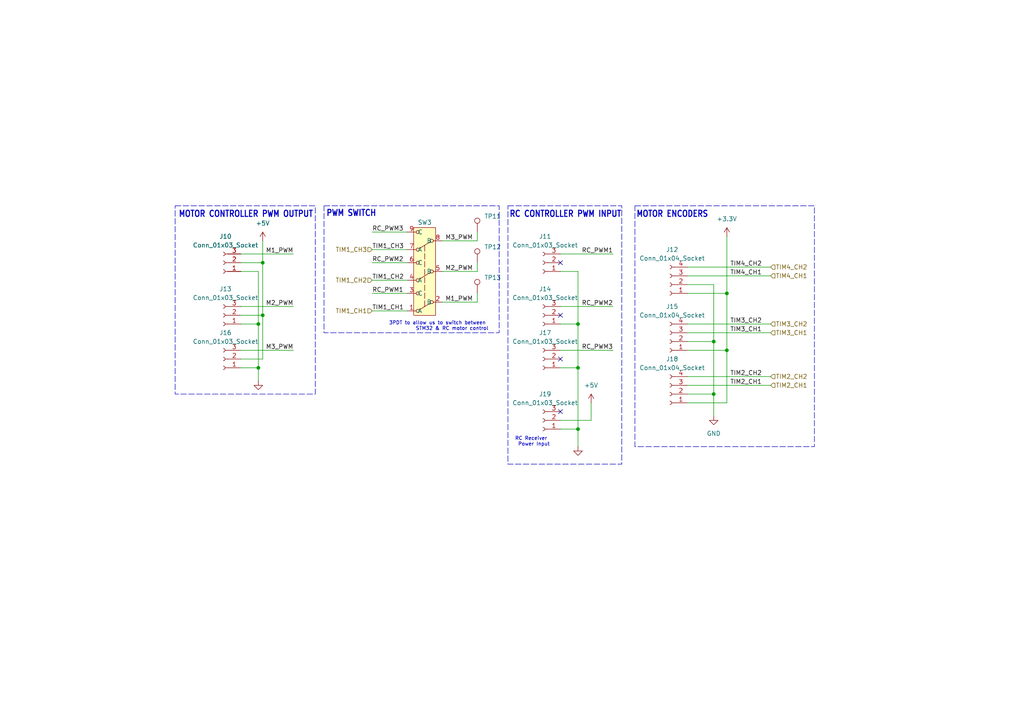
<source format=kicad_sch>
(kicad_sch (version 20231120) (generator "eeschema") (generator_version "8.0")
  (paper "A4")
  (title_block (title "ECE445_MainBoard") (date "2024-04-05") (rev "2") (company "University of Illinois Urbana-Champaign") (comment 1 "ECE 445: Senior Design Lab") (comment 2 "Rutvik Sayankar"))
  (lib_symbols
    (symbol "Connector:Conn_01x03_Socket" (pin_names (offset 1.016) hide)
      (property "Reference" "J" (at 0 5.08 0))
      (property "Value" "Conn_01x03_Socket" (at 0 -5.08 0))
      (symbol "Conn_01x03_Socket_1_1"
        (arc (start 0 -2.032) (mid -0.5058 -2.54) (end 0 -3.048) (stroke (width 0.1524)))
        (polyline (pts (xy -1.27 -2.54) (xy -0.508 -2.54)) (stroke (width 0.1524)))
        (polyline (pts (xy -1.27 0) (xy -0.508 0)) (stroke (width 0.1524)))
        (polyline (pts (xy -1.27 2.54) (xy -0.508 2.54)) (stroke (width 0.1524)))
        (arc (start 0 0.508) (mid -0.5058 0) (end 0 -0.508) (stroke (width 0.1524)))
        (arc (start 0 3.048) (mid -0.5058 2.54) (end 0 2.032) (stroke (width 0.1524)))
        (pin passive line (at -5.08 2.54 0) (length 3.81) (name "Pin_1") (number "1"))
        (pin passive line (at -5.08 0 0) (length 3.81) (name "Pin_2") (number "2"))
        (pin passive line (at -5.08 -2.54 0) (length 3.81) (name "Pin_3") (number "3"))
      )
    )
    (symbol "Connector:Conn_01x04_Socket" (pin_names (offset 1.016) hide)
      (property "Reference" "J" (at 0 5.08 0))
      (property "Value" "Conn_01x04_Socket" (at 0 -7.62 0))
      (symbol "Conn_01x04_Socket_1_1"
        (arc (start 0 -4.572) (mid -0.5058 -5.08) (end 0 -5.588) (stroke (width 0.1524)))
        (arc (start 0 -2.032) (mid -0.5058 -2.54) (end 0 -3.048) (stroke (width 0.1524)))
        (polyline (pts (xy -1.27 -5.08) (xy -0.508 -5.08)) (stroke (width 0.1524)))
        (polyline (pts (xy -1.27 -2.54) (xy -0.508 -2.54)) (stroke (width 0.1524)))
        (polyline (pts (xy -1.27 0) (xy -0.508 0)) (stroke (width 0.1524)))
        (polyline (pts (xy -1.27 2.54) (xy -0.508 2.54)) (stroke (width 0.1524)))
        (arc (start 0 0.508) (mid -0.5058 0) (end 0 -0.508) (stroke (width 0.1524)))
        (arc (start 0 3.048) (mid -0.5058 2.54) (end 0 2.032) (stroke (width 0.1524)))
        (pin passive line (at -5.08 2.54 0) (length 3.81) (name "Pin_1") (number "1"))
        (pin passive line (at -5.08 0 0) (length 3.81) (name "Pin_2") (number "2"))
        (pin passive line (at -5.08 -2.54 0) (length 3.81) (name "Pin_3") (number "3"))
        (pin passive line (at -5.08 -5.08 0) (length 3.81) (name "Pin_4") (number "4"))
      )
    )
    (symbol "Connector:TestPoint" (pin_numbers hide) (pin_names (offset 0.762) hide)
      (property "Reference" "TP" (at 0 6.858 0))
      (property "Value" "TestPoint" (at 0 5.08 0))
      (symbol "TestPoint_0_1"
        (circle (center 0 3.302) (radius 0.762))
      )
      (symbol "TestPoint_1_1"
        (pin passive line (at 0 0 90) (length 2.54) (name "1") (number "1"))
      )
    )
    (symbol "CustomSymbols:SW_3PDT"
      (property "Reference" "SW" (at 0 0 0))
      (symbol "SW_3PDT_0_1"
        (circle (center -2.032 -22.86) (radius 0.4572))
        (circle (center -2.032 -13.97) (radius 0.4572))
        (circle (center -2.032 -5.08) (radius 0.4572))
        (polyline (pts (xy -1.651 -22.606) (xy 1.651 -20.574)))
        (polyline (pts (xy -1.651 -13.716) (xy 1.651 -11.684)))
        (polyline (pts (xy -1.651 -4.826) (xy 1.651 -2.794)))
        (polyline (pts (xy 0 -3.81) (xy 0 -21.59)) (stroke (width 0) (type dash)))
        (circle (center 2.032 -25.4) (radius 0.4572))
        (circle (center 2.032 -20.32) (radius 0.4572))
        (circle (center 2.032 -16.51) (radius 0.4572))
        (circle (center 2.032 -11.43) (radius 0.4572))
        (circle (center 2.032 -7.62) (radius 0.4572))
        (circle (center 2.032 -2.54) (radius 0.4572))
      )
      (symbol "SW_3PDT_1_1"
        (rectangle (start -3.175 -1.27) (end 3.175 -26.67) (fill (type background)))
        (pin passive line (at 5.08 -2.54 180) (length 2.54) (name "A") (number "1"))
        (pin passive line (at -5.08 -5.08 0) (length 2.54) (name "B") (number "2"))
        (pin passive line (at 5.08 -7.62 180) (length 2.54) (name "C") (number "3"))
        (pin passive line (at 5.08 -11.43 180) (length 2.54) (name "A") (number "4"))
        (pin passive line (at -5.08 -13.97 0) (length 2.54) (name "B") (number "5"))
        (pin passive line (at 5.08 -16.51 180) (length 2.54) (name "C") (number "6"))
        (pin passive line (at 5.08 -20.32 180) (length 2.54) (name "A") (number "7"))
        (pin passive line (at -5.08 -22.86 0) (length 2.54) (name "B") (number "8"))
        (pin passive line (at 5.08 -25.4 180) (length 2.54) (name "C") (number "9"))
      )
    )
    (symbol "GND_2" (power) (pin_numbers hide) (pin_names (offset 0) hide)
      (property "Value" "GND" (at 0 -3.81 0))
      (symbol "GND_2_0_1"
        (polyline (pts (xy 0 0) (xy 0 -1.27) (xy 1.27 -1.27) (xy 0 -2.54) (xy -1.27 -1.27) (xy 0 -1.27)))
      )
      (symbol "GND_2_1_1"
        (pin power_in line (at 0 0 270) (length 0) (name "~") (number "1"))
      )
    )
    (symbol "GND_5" (power) (pin_numbers hide) (pin_names (offset 0) hide)
      (property "Value" "GND" (at 0 -3.81 0))
      (symbol "GND_5_0_1"
        (polyline (pts (xy 0 0) (xy 0 -1.27) (xy 1.27 -1.27) (xy 0 -2.54) (xy -1.27 -1.27) (xy 0 -1.27)))
      )
      (symbol "GND_5_1_1"
        (pin power_in line (at 0 0 270) (length 0) (name "~") (number "1"))
      )
    )
    (symbol "power:+3.3V" (power) (pin_numbers hide) (pin_names (offset 0) hide)
      (property "Value" "+3.3V" (at 0 3.556 0))
      (symbol "+3.3V_0_1"
        (polyline (pts (xy -0.762 1.27) (xy 0 2.54)))
        (polyline (pts (xy 0 0) (xy 0 2.54)))
        (polyline (pts (xy 0 2.54) (xy 0.762 1.27)))
      )
      (symbol "+3.3V_1_1"
        (pin power_in line (at 0 0 90) (length 0) (name "~") (number "1"))
      )
    )
    (symbol "power:+5V" (power) (pin_numbers hide) (pin_names (offset 0) hide)
      (property "Value" "+5V" (at 0 3.556 0))
      (symbol "+5V_0_1"
        (polyline (pts (xy -0.762 1.27) (xy 0 2.54)))
        (polyline (pts (xy 0 0) (xy 0 2.54)))
        (polyline (pts (xy 0 2.54) (xy 0.762 1.27)))
      )
      (symbol "+5V_1_1"
        (pin power_in line (at 0 0 90) (length 0) (name "~") (number "1"))
      )
    )
  )
  (junction (at 210.82 101.6))
  (junction (at 76.2 76.2))
  (junction (at 210.82 85.09))
  (junction (at 74.93 106.68))
  (junction (at 207.01 114.3))
  (junction (at 167.64 106.68))
  (junction (at 207.01 99.06))
  (junction (at 74.93 93.98))
  (junction (at 167.64 93.98))
  (junction (at 167.64 124.46))
  (junction (at 76.2 91.44))
  (no_connect (at 162.56 104.14))
  (no_connect (at 162.56 119.38))
  (no_connect (at 162.56 91.44))
  (no_connect (at 162.56 76.2))
  (wire (pts (xy 69.85 91.44) (xy 76.2 91.44)))
  (wire (pts (xy 69.85 76.2) (xy 76.2 76.2)))
  (wire (pts (xy 167.64 124.46) (xy 167.64 129.54)))
  (wire (pts (xy 107.95 76.2) (xy 118.11 76.2)))
  (wire (pts (xy 74.93 78.74) (xy 74.93 93.98)))
  (wire (pts (xy 69.85 106.68) (xy 74.93 106.68)))
  (wire (pts (xy 199.39 116.84) (xy 210.82 116.84)))
  (wire (pts (xy 199.39 109.22) (xy 223.52 109.22)))
  (wire (pts (xy 199.39 82.55) (xy 207.01 82.55)))
  (wire (pts (xy 107.95 72.39) (xy 118.11 72.39)))
  (wire (pts (xy 207.01 114.3) (xy 207.01 120.65)))
  (wire (pts (xy 199.39 85.09) (xy 210.82 85.09)))
  (wire (pts (xy 69.85 104.14) (xy 76.2 104.14)))
  (wire (pts (xy 167.64 106.68) (xy 167.64 124.46)))
  (wire (pts (xy 162.56 88.9) (xy 177.8 88.9)))
  (wire (pts (xy 199.39 99.06) (xy 207.01 99.06)))
  (wire (pts (xy 107.95 67.31) (xy 118.11 67.31)))
  (wire (pts (xy 199.39 80.01) (xy 223.52 80.01)))
  (wire (pts (xy 167.64 78.74) (xy 167.64 93.98)))
  (wire (pts (xy 107.95 85.09) (xy 118.11 85.09)))
  (wire (pts (xy 74.93 106.68) (xy 74.93 110.49)))
  (wire (pts (xy 162.56 106.68) (xy 167.64 106.68)))
  (wire (pts (xy 199.39 93.98) (xy 223.52 93.98)))
  (wire (pts (xy 128.27 78.74) (xy 138.43 78.74)))
  (wire (pts (xy 210.82 85.09) (xy 210.82 68.58)))
  (wire (pts (xy 207.01 99.06) (xy 207.01 114.3)))
  (wire (pts (xy 69.85 73.66) (xy 85.09 73.66)))
  (wire (pts (xy 138.43 67.31) (xy 138.43 69.85)))
  (wire (pts (xy 162.56 124.46) (xy 167.64 124.46)))
  (wire (pts (xy 199.39 114.3) (xy 207.01 114.3)))
  (wire (pts (xy 76.2 91.44) (xy 76.2 76.2)))
  (wire (pts (xy 210.82 101.6) (xy 210.82 85.09)))
  (wire (pts (xy 162.56 78.74) (xy 167.64 78.74)))
  (wire (pts (xy 138.43 76.2) (xy 138.43 78.74)))
  (wire (pts (xy 138.43 85.09) (xy 138.43 87.63)))
  (wire (pts (xy 162.56 101.6) (xy 177.8 101.6)))
  (wire (pts (xy 210.82 116.84) (xy 210.82 101.6)))
  (wire (pts (xy 69.85 101.6) (xy 85.09 101.6)))
  (wire (pts (xy 167.64 93.98) (xy 167.64 106.68)))
  (wire (pts (xy 107.95 90.17) (xy 118.11 90.17)))
  (wire (pts (xy 162.56 121.92) (xy 171.45 121.92)))
  (wire (pts (xy 128.27 87.63) (xy 138.43 87.63)))
  (wire (pts (xy 128.27 69.85) (xy 138.43 69.85)))
  (wire (pts (xy 69.85 93.98) (xy 74.93 93.98)))
  (wire (pts (xy 171.45 121.92) (xy 171.45 116.84)))
  (wire (pts (xy 69.85 78.74) (xy 74.93 78.74)))
  (wire (pts (xy 76.2 104.14) (xy 76.2 91.44)))
  (wire (pts (xy 74.93 93.98) (xy 74.93 106.68)))
  (wire (pts (xy 199.39 111.76) (xy 223.52 111.76)))
  (wire (pts (xy 207.01 82.55) (xy 207.01 99.06)))
  (wire (pts (xy 199.39 101.6) (xy 210.82 101.6)))
  (wire (pts (xy 162.56 93.98) (xy 167.64 93.98)))
  (wire (pts (xy 107.95 81.28) (xy 118.11 81.28)))
  (wire (pts (xy 199.39 77.47) (xy 223.52 77.47)))
  (wire (pts (xy 76.2 76.2) (xy 76.2 69.85)))
  (wire (pts (xy 199.39 96.52) (xy 223.52 96.52)))
  (wire (pts (xy 162.56 73.66) (xy 177.8 73.66)))
  (wire (pts (xy 69.85 88.9) (xy 85.09 88.9)))
  (rectangle (start 184.15 59.69) (end 236.22 129.54) (stroke (width 0) (type dash)))
  (rectangle (start 93.98 59.69) (end 144.78 96.52) (stroke (width 0) (type dash)))
  (rectangle (start 147.32 59.69) (end 180.34 134.62) (stroke (width 0) (type dash)))
  (rectangle (start 50.8 59.69) (end 91.44 114.3) (stroke (width 0) (type dash)))
  (text "MOTOR ENCODERS" (at 205.486 63.246 0) (effects (font (size 1.778 1.5113) (thickness 0.3023) (bold yes)) (justify right bottom)))
  (text "MOTOR CONTROLLER PWM OUTPUT" (at 90.932 63.246 0) (effects (font (size 1.778 1.5113) (thickness 0.3023) (bold yes)) (justify right bottom)))
  (text "PWM SWITCH" (at 109.22 62.992 0) (effects (font (size 1.778 1.5113) (thickness 0.3023) (bold yes)) (justify right bottom)))
  (text "RC Receiver \nPower Input" (at 159.512 129.54 0) (effects (font (size 1.016 1.016)) (justify right bottom)))
  (text "3PDT to allow us to switch between \nSTM32 & RC motor control" (at 141.732 96.012 0) (effects (font (size 1.016 1.016)) (justify right bottom)))
  (text "RC CONTROLLER PWM INPUT" (at 180.34 63.246 0) (effects (font (size 1.778 1.5113) (thickness 0.3023) (bold yes)) (justify right bottom)))
  (label "TIM3_CH2" (at 220.98 93.98 180))
  (label "RC_PWM3" (at 177.8 101.6 180))
  (label "TIM4_CH2" (at 220.98 77.47 180))
  (label "RC_PWM1" (at 177.8 73.66 180))
  (label "TIM1_CH1" (at 107.95 90.17 0))
  (label "M3_PWM" (at 137.16 69.85 180))
  (label "TIM1_CH2" (at 107.95 81.28 0))
  (label "RC_PWM1" (at 107.95 85.09 0))
  (label "TIM1_CH3" (at 107.95 72.39 0))
  (label "TIM2_CH1" (at 220.98 111.76 180))
  (label "RC_PWM3" (at 107.95 67.31 0))
  (label "M3_PWM" (at 85.09 101.6 180))
  (label "TIM4_CH1" (at 220.98 80.01 180))
  (label "M1_PWM" (at 137.16 87.63 180))
  (label "TIM2_CH2" (at 220.98 109.22 180))
  (label "TIM3_CH1" (at 220.98 96.52 180))
  (label "M2_PWM" (at 85.09 88.9 180))
  (label "M1_PWM" (at 85.09 73.66 180))
  (label "RC_PWM2" (at 107.95 76.2 0))
  (label "M2_PWM" (at 137.16 78.74 180))
  (label "RC_PWM2" (at 177.8 88.9 180))
  (hierarchical_label "TIM4_CH1" (shape input) (at 223.52 80.01 0))
  (hierarchical_label "TIM2_CH2" (shape input) (at 223.52 109.22 0))
  (hierarchical_label "TIM1_CH2" (shape input) (at 107.95 81.28 180))
  (hierarchical_label "TIM1_CH3" (shape input) (at 107.95 72.39 180))
  (hierarchical_label "TIM1_CH1" (shape input) (at 107.95 90.17 180))
  (hierarchical_label "TIM4_CH2" (shape input) (at 223.52 77.47 0))
  (hierarchical_label "TIM2_CH1" (shape input) (at 223.52 111.76 0))
  (hierarchical_label "TIM3_CH1" (shape input) (at 223.52 96.52 0))
  (hierarchical_label "TIM3_CH2" (shape input) (at 223.52 93.98 0))
  (symbol (lib_id "Connector:Conn_01x04_Socket") (at 194.31 114.3 180) (unit 1)
    (property "Reference" "J18" (at 194.945 104.14 0))
    (property "Value" "Conn_01x04_Socket" (at 194.945 106.68 0))
    (property "Footprint" "Connector_JST:JST_PH_B4B-PH-K_1x04_P2.00mm_Vertical" (effects (hide yes)))
    (property "Datasheet" "https://www.digikey.com/en/products/detail/jst-sales-america-inc./B4B-PH-K/768444?utm_adgroup=General&utm_source=google&utm_medium=cpc&utm_campaign=PMax%20Shopping_Product_Zombie%20SKUs&utm_term=&utm_content=General&utm_id=go_cmp-17815035045_adg-_ad-__dev-c_ext-_prd-768444_sig-Cj0KCQjw5cOwBhCiARIsAJ5njuaqARFbgUYS2KV_4JH144ujRm_jMbP6ua9XtI_O-O-_WbGcexelxyYaAqvOEALw_wcB&gad_source=1&gclid=Cj0KCQjw5cOwBhCiARIsAJ5njuaqARFbgUYS2KV_4JH144ujRm_jMbP6ua9XtI_O-O-_WbGcexelxyYaAqvOEALw_wcB" (effects (hide yes)))
    (property "Description" "Connector Header Through Hole 4 position 0.079\" (2.00mm)" (effects (hide yes)))
  )
  (symbol (lib_id "power:+5V") (at 76.2 69.85 0) (unit 1)
    (property "Reference" "#PWR036" (effects (hide yes)))
    (property "Value" "+5V" (at 76.2 64.77 0))
    (property "Description" "Power symbol creates a global label with name \"+5V\"" (effects (hide yes)))
  )
  (symbol (lib_name "GND_2") (lib_id "power:GND") (at 167.64 129.54 0) (unit 1)
    (property "Reference" "#PWR040" (effects (hide yes)))
    (property "Value" "GND" (effects (hide yes)))
    (property "Description" "Power symbol creates a global label with name \"GND\" , ground" (effects (hide yes)))
  )
  (symbol (lib_id "Connector:Conn_01x03_Socket") (at 157.48 104.14 180) (unit 1)
    (property "Reference" "J17" (at 158.115 96.52 0))
    (property "Value" "Conn_01x03_Socket" (at 158.115 99.06 0))
    (property "Footprint" "Connector_PinHeader_2.54mm:PinHeader_1x03_P2.54mm_Vertical" (effects (hide yes)))
    (property "Description" "Generic connector, single row, 01x03, script generated" (effects (hide yes)))
  )
  (symbol (lib_id "Connector:Conn_01x03_Socket") (at 64.77 104.14 180) (unit 1)
    (property "Reference" "J16" (at 65.405 96.52 0))
    (property "Value" "Conn_01x03_Socket" (at 65.405 99.06 0))
    (property "Footprint" "Connector_PinHeader_2.54mm:PinHeader_1x03_P2.54mm_Horizontal" (effects (hide yes)))
    (property "Description" "Generic connector, single row, 01x03, script generated" (effects (hide yes)))
  )
  (symbol (lib_id "power:+5V") (at 171.45 116.84 0) (unit 1)
    (property "Reference" "#PWR038" (effects (hide yes)))
    (property "Value" "+5V" (at 171.45 111.76 0))
    (property "Description" "Power symbol creates a global label with name \"+5V\"" (effects (hide yes)))
  )
  (symbol (lib_id "CustomSymbols:SW_3PDT") (at 123.19 92.71 180) (unit 1)
    (property "Reference" "SW3" (at 123.19 64.516 0))
    (property "Value" "Slide" (effects (hide yes)))
    (property "Footprint" "CustomFootprints:SW_GF-161-0005" (effects (hide yes)))
    (property "Datasheet" "https://www.digikey.com/en/products/detail/cw-industries/GF-161-0005/4089836" (effects (hide yes)))
    (property "Description" "SWITCH SLIDE 3PDT 500MA 125V" (effects (hide yes)))
  )
  (symbol (lib_name "GND_5") (lib_id "power:GND") (at 207.01 120.65 0) (unit 1)
    (property "Reference" "#PWR039" (effects (hide yes)))
    (property "Value" "GND" (at 207.01 125.73 0))
    (property "Description" "Power symbol creates a global label with name \"GND\" , ground" (effects (hide yes)))
  )
  (symbol (lib_id "Connector:Conn_01x03_Socket") (at 157.48 76.2 180) (unit 1)
    (property "Reference" "J11" (at 158.115 68.58 0))
    (property "Value" "Conn_01x03_Socket" (at 158.115 71.12 0))
    (property "Footprint" "Connector_PinHeader_2.54mm:PinHeader_1x03_P2.54mm_Vertical" (effects (hide yes)))
    (property "Description" "Generic connector, single row, 01x03, script generated" (effects (hide yes)))
  )
  (symbol (lib_name "GND_2") (lib_id "power:GND") (at 74.93 110.49 0) (unit 1)
    (property "Reference" "#PWR037" (effects (hide yes)))
    (property "Value" "GND" (effects (hide yes)))
    (property "Description" "Power symbol creates a global label with name \"GND\" , ground" (effects (hide yes)))
  )
  (symbol (lib_id "Connector:TestPoint") (at 138.43 76.2 0) (unit 1)
    (property "Reference" "TP12" (at 140.462 71.628 0) (effects (justify left)))
    (property "Value" "White" (effects (hide yes)))
    (property "Footprint" "TestPoint:TestPoint_Keystone_5000-5004_Miniature" (effects (hide yes)))
    (property "Datasheet" "https://www.digikey.com/en/products/detail/keystone-electronics/5002/255328" (effects (hide yes)))
    (property "Description" "White PC Test Point, Miniature Phosphor Bronze Silver Plating Through Hole Mounting Type" (effects (hide yes)))
  )
  (symbol (lib_id "Connector:Conn_01x04_Socket") (at 194.31 82.55 180) (unit 1)
    (property "Reference" "J12" (at 194.945 72.39 0))
    (property "Value" "Conn_01x04_Socket" (at 194.945 74.93 0))
    (property "Footprint" "Connector_JST:JST_PH_B4B-PH-K_1x04_P2.00mm_Vertical" (effects (hide yes)))
    (property "Datasheet" "https://www.digikey.com/en/products/detail/jst-sales-america-inc./B4B-PH-K/768444?utm_adgroup=General&utm_source=google&utm_medium=cpc&utm_campaign=PMax%20Shopping_Product_Zombie%20SKUs&utm_term=&utm_content=General&utm_id=go_cmp-17815035045_adg-_ad-__dev-c_ext-_prd-768444_sig-Cj0KCQjw5cOwBhCiARIsAJ5njuaqARFbgUYS2KV_4JH144ujRm_jMbP6ua9XtI_O-O-_WbGcexelxyYaAqvOEALw_wcB&gad_source=1&gclid=Cj0KCQjw5cOwBhCiARIsAJ5njuaqARFbgUYS2KV_4JH144ujRm_jMbP6ua9XtI_O-O-_WbGcexelxyYaAqvOEALw_wcB" (effects (hide yes)))
    (property "Description" "Connector Header Through Hole 4 position 0.079\" (2.00mm)" (effects (hide yes)))
  )
  (symbol (lib_id "Connector:TestPoint") (at 138.43 67.31 0) (unit 1)
    (property "Reference" "TP11" (at 140.462 62.738 0) (effects (justify left)))
    (property "Value" "White" (effects (hide yes)))
    (property "Footprint" "TestPoint:TestPoint_Keystone_5000-5004_Miniature" (effects (hide yes)))
    (property "Datasheet" "https://www.digikey.com/en/products/detail/keystone-electronics/5002/255328" (effects (hide yes)))
    (property "Description" "White PC Test Point, Miniature Phosphor Bronze Silver Plating Through Hole Mounting Type" (effects (hide yes)))
  )
  (symbol (lib_id "Connector:Conn_01x03_Socket") (at 157.48 121.92 180) (unit 1)
    (property "Reference" "J19" (at 158.115 114.3 0))
    (property "Value" "Conn_01x03_Socket" (at 158.115 116.84 0))
    (property "Footprint" "Connector_PinHeader_2.54mm:PinHeader_1x03_P2.54mm_Vertical" (effects (hide yes)))
    (property "Description" "Generic connector, single row, 01x03, script generated" (effects (hide yes)))
  )
  (symbol (lib_id "Connector:Conn_01x03_Socket") (at 157.48 91.44 180) (unit 1)
    (property "Reference" "J14" (at 158.115 83.82 0))
    (property "Value" "Conn_01x03_Socket" (at 158.115 86.36 0))
    (property "Footprint" "Connector_PinHeader_2.54mm:PinHeader_1x03_P2.54mm_Vertical" (effects (hide yes)))
    (property "Description" "Generic connector, single row, 01x03, script generated" (effects (hide yes)))
  )
  (symbol (lib_id "Connector:Conn_01x04_Socket") (at 194.31 99.06 180) (unit 1)
    (property "Reference" "J15" (at 194.945 88.9 0))
    (property "Value" "Conn_01x04_Socket" (at 194.945 91.44 0))
    (property "Footprint" "Connector_JST:JST_PH_B4B-PH-K_1x04_P2.00mm_Vertical" (effects (hide yes)))
    (property "Datasheet" "https://www.digikey.com/en/products/detail/jst-sales-america-inc./B4B-PH-K/768444?utm_adgroup=General&utm_source=google&utm_medium=cpc&utm_campaign=PMax%20Shopping_Product_Zombie%20SKUs&utm_term=&utm_content=General&utm_id=go_cmp-17815035045_adg-_ad-__dev-c_ext-_prd-768444_sig-Cj0KCQjw5cOwBhCiARIsAJ5njuaqARFbgUYS2KV_4JH144ujRm_jMbP6ua9XtI_O-O-_WbGcexelxyYaAqvOEALw_wcB&gad_source=1&gclid=Cj0KCQjw5cOwBhCiARIsAJ5njuaqARFbgUYS2KV_4JH144ujRm_jMbP6ua9XtI_O-O-_WbGcexelxyYaAqvOEALw_wcB" (effects (hide yes)))
    (property "Description" "Connector Header Through Hole 4 position 0.079\" (2.00mm)" (effects (hide yes)))
  )
  (symbol (lib_id "Connector:TestPoint") (at 138.43 85.09 0) (unit 1)
    (property "Reference" "TP13" (at 140.462 80.518 0) (effects (justify left)))
    (property "Value" "White" (effects (hide yes)))
    (property "Footprint" "TestPoint:TestPoint_Keystone_5000-5004_Miniature" (effects (hide yes)))
    (property "Datasheet" "https://www.digikey.com/en/products/detail/keystone-electronics/5002/255328" (effects (hide yes)))
    (property "Description" "White PC Test Point, Miniature Phosphor Bronze Silver Plating Through Hole Mounting Type" (effects (hide yes)))
  )
  (symbol (lib_id "Connector:Conn_01x03_Socket") (at 64.77 91.44 180) (unit 1)
    (property "Reference" "J13" (at 65.405 83.82 0))
    (property "Value" "Conn_01x03_Socket" (at 65.405 86.36 0))
    (property "Footprint" "Connector_PinHeader_2.54mm:PinHeader_1x03_P2.54mm_Horizontal" (effects (hide yes)))
    (property "Description" "Generic connector, single row, 01x03, script generated" (effects (hide yes)))
  )
  (symbol (lib_id "Connector:Conn_01x03_Socket") (at 64.77 76.2 180) (unit 1)
    (property "Reference" "J10" (at 65.405 68.58 0))
    (property "Value" "Conn_01x03_Socket" (at 65.405 71.12 0))
    (property "Footprint" "Connector_PinHeader_2.54mm:PinHeader_1x03_P2.54mm_Horizontal" (effects (hide yes)))
    (property "Description" "Generic connector, single row, 01x03, script generated" (effects (hide yes)))
  )
  (symbol (lib_id "power:+3.3V") (at 210.82 68.58 0) (unit 1)
    (property "Reference" "#PWR035" (effects (hide yes)))
    (property "Value" "+3.3V" (at 210.82 63.5 0))
    (property "Description" "Power symbol creates a global label with name \"+3.3V\"" (effects (hide yes)))
  )
)
</source>
